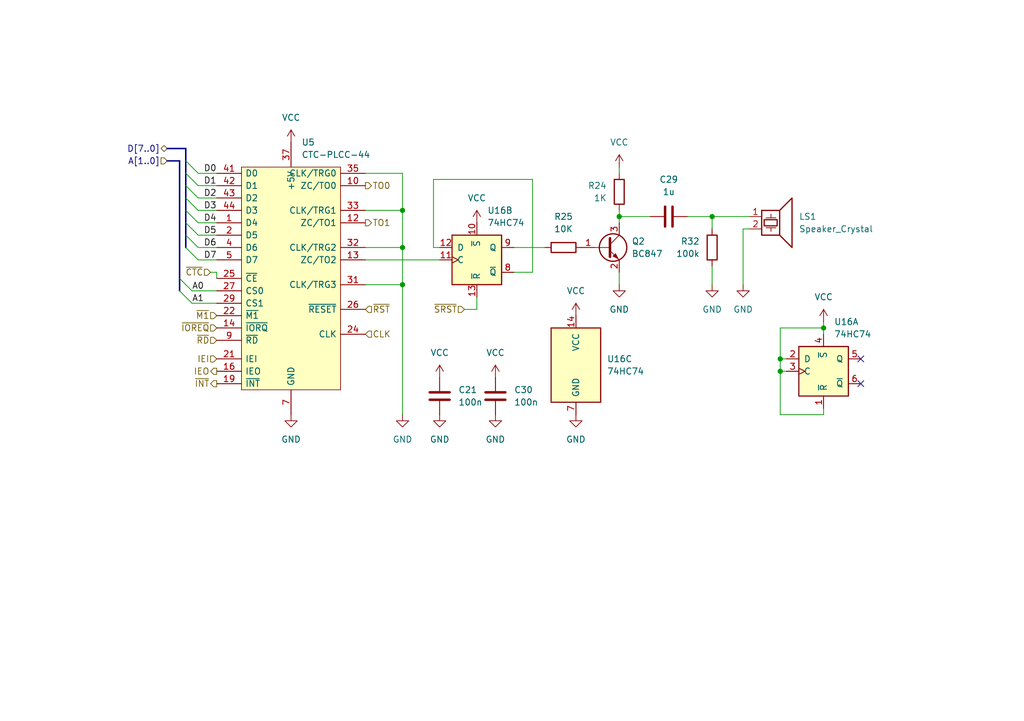
<source format=kicad_sch>
(kicad_sch (version 20250114) (generator "eeschema") (generator_version "9.0")
  (paper "A5")
  (title_block (title "Z80 CTC") (date "2025-10-16") (rev "A") (company "A.K."))
  (lib_symbols
    (symbol "74xx:74HC74" (pin_names (offset 1.016))
      (property "Reference" "U" (at -7.62 8.89 0))
      (property "Value" "74HC74" (at -7.62 -8.89 0))
      (symbol "74HC74_1_0"
        (pin input line (at -7.62 2.54 0) (length 2.54) (name "D") (number "2"))
        (pin input clock (at -7.62 0 0) (length 2.54) (name "C") (number "3"))
        (pin input line (at 0 7.62 270) (length 2.54) (name "~{S}") (number "4"))
        (pin input line (at 0 -7.62 90) (length 2.54) (name "~{R}") (number "1"))
        (pin output line (at 7.62 2.54 180) (length 2.54) (name "Q") (number "5"))
        (pin output line (at 7.62 -2.54 180) (length 2.54) (name "~{Q}") (number "6"))
      )
      (symbol "74HC74_1_1"
        (rectangle (start -5.08 5.08) (end 5.08 -5.08) (stroke (width 0.254)) (fill (type background)))
      )
      (symbol "74HC74_2_0"
        (pin input line (at -7.62 2.54 0) (length 2.54) (name "D") (number "12"))
        (pin input clock (at -7.62 0 0) (length 2.54) (name "C") (number "11"))
        (pin input line (at 0 7.62 270) (length 2.54) (name "~{S}") (number "10"))
        (pin input line (at 0 -7.62 90) (length 2.54) (name "~{R}") (number "13"))
        (pin output line (at 7.62 2.54 180) (length 2.54) (name "Q") (number "9"))
        (pin output line (at 7.62 -2.54 180) (length 2.54) (name "~{Q}") (number "8"))
      )
      (symbol "74HC74_2_1"
        (rectangle (start -5.08 5.08) (end 5.08 -5.08) (stroke (width 0.254)) (fill (type background)))
      )
      (symbol "74HC74_3_0"
        (pin power_in line (at 0 10.16 270) (length 2.54) (name "VCC") (number "14"))
        (pin power_in line (at 0 -10.16 90) (length 2.54) (name "GND") (number "7"))
      )
      (symbol "74HC74_3_1"
        (rectangle (start -5.08 7.62) (end 5.08 -7.62) (stroke (width 0.254)) (fill (type background)))
      )
    )
    (symbol "Device:C" (pin_numbers (hide yes)) (pin_names (offset 0.254))
      (property "Reference" "C" (at 0.635 2.54 0))
      (property "Value" "C" (at 0.635 -2.54 0))
      (symbol "C_0_1"
        (polyline (pts (xy -2.032 0.762) (xy 2.032 0.762)) (stroke (width 0.508)))
        (polyline (pts (xy -2.032 -0.762) (xy 2.032 -0.762)) (stroke (width 0.508)))
      )
      (symbol "C_1_1"
        (pin passive line (at 0 3.81 270) (length 2.794) (name "~") (number "1"))
        (pin passive line (at 0 -3.81 90) (length 2.794) (name "~") (number "2"))
      )
    )
    (symbol "Device:R" (pin_numbers (hide yes)) (pin_names (offset 0))
      (property "Reference" "R" (at 2.032 0 90))
      (property "Value" "R" (at 0 0 90))
      (symbol "R_0_1"
        (rectangle (start -1.016 -2.54) (end 1.016 2.54) (stroke (width 0.254)))
      )
      (symbol "R_1_1"
        (pin passive line (at 0 3.81 270) (length 1.27) (name "~") (number "1"))
        (pin passive line (at 0 -3.81 90) (length 1.27) (name "~") (number "2"))
      )
    )
    (symbol "Device:Speaker_Crystal" (pin_names (offset 0) (hide yes))
      (property "Reference" "LS" (at 0.635 5.715 0))
      (property "Value" "Speaker_Crystal" (at 0.635 3.81 0))
      (symbol "Speaker_Crystal_0_0"
        (rectangle (start -2.54 1.27) (end 1.143 -3.81) (stroke (width 0.254)))
        (rectangle (start -2.032 -0.635) (end 0.635 -1.905) (stroke (width 0.254)))
        (polyline (pts (xy -1.651 -0.254) (xy 0.381 -0.254)))
        (polyline (pts (xy -1.651 -2.286) (xy 0.381 -2.286)))
        (polyline (pts (xy -0.635 -0.254) (xy -0.635 0.508)))
        (polyline (pts (xy -0.635 -2.286) (xy -0.635 -3.048)))
        (polyline (pts (xy 1.143 1.27) (xy 3.683 3.81) (xy 3.683 -6.35) (xy 1.143 -3.81)) (stroke (width 0.254)))
      )
      (symbol "Speaker_Crystal_1_1"
        (pin input line (at -5.08 0 0) (length 2.54) (name "1") (number "1"))
        (pin input line (at -5.08 -2.54 0) (length 2.54) (name "2") (number "2"))
      )
    )
    (symbol "Transistor_BJT:BC847" (pin_names (offset 0) (hide yes))
      (property "Reference" "Q" (at 5.08 1.905 0))
      (property "Value" "BC847" (at 5.08 0 0))
      (symbol "BC847_0_1"
        (polyline (pts (xy -2.54 0) (xy 0.635 0)))
        (polyline (pts (xy 0.635 1.905) (xy 0.635 -1.905)) (stroke (width 0.508)))
        (circle (center 1.27 0) (radius 2.8194) (stroke (width 0.254)))
      )
      (symbol "BC847_1_1"
        (polyline (pts (xy 0.635 0.635) (xy 2.54 2.54)))
        (polyline (pts (xy 0.635 -0.635) (xy 2.54 -2.54)))
        (polyline (pts (xy 1.27 -1.778) (xy 1.778 -1.27) (xy 2.286 -2.286) (xy 1.27 -1.778)) (fill (type outline)))
        (pin input line (at -5.08 0 0) (length 2.54) (name "B") (number "1"))
        (pin passive line (at 2.54 5.08 270) (length 2.54) (name "C") (number "3"))
        (pin passive line (at 2.54 -5.08 90) (length 2.54) (name "E") (number "2"))
      )
    )
    (symbol "Zilog_Z80_Peripherals:CTC-PLCC-44" (pin_names (offset 0.762))
      (property "Reference" "IC" (at 0 2.54 0))
      (property "Value" "CTC-PLCC-44" (at 12.7 1.27 0))
      (symbol "CTC-PLCC-44_0_0"
        (pin bidirectional line (at -5.08 -1.27 0) (length 5.08) (name "D0") (number "41"))
        (pin bidirectional line (at -5.08 -3.81 0) (length 5.08) (name "D1") (number "42"))
        (pin bidirectional line (at -5.08 -6.35 0) (length 5.08) (name "D2") (number "43"))
        (pin bidirectional line (at -5.08 -8.89 0) (length 5.08) (name "D3") (number "44"))
        (pin bidirectional line (at -5.08 -11.43 0) (length 5.08) (name "D4") (number "1"))
        (pin bidirectional line (at -5.08 -13.97 0) (length 5.08) (name "D5") (number "2"))
        (pin bidirectional line (at -5.08 -16.51 0) (length 5.08) (name "D6") (number "4"))
        (pin bidirectional line (at -5.08 -19.05 0) (length 5.08) (name "D7") (number "5"))
        (pin input line (at -5.08 -22.86 0) (length 5.08) (name "~{CE}") (number "25"))
        (pin input line (at -5.08 -25.4 0) (length 5.08) (name "CS0") (number "27"))
        (pin input line (at -5.08 -27.94 0) (length 5.08) (name "CS1") (number "29"))
        (pin input line (at -5.08 -30.48 0) (length 5.08) (name "~{M1}") (number "22"))
        (pin input line (at -5.08 -33.02 0) (length 5.08) (name "~{IORQ}") (number "14"))
        (pin input line (at -5.08 -35.56 0) (length 5.08) (name "~{RD}") (number "9"))
        (pin input line (at -5.08 -39.37 0) (length 5.08) (name "IEI") (number "21"))
        (pin output line (at -5.08 -41.91 0) (length 5.08) (name "IEO") (number "16"))
        (pin open_collector line (at -5.08 -44.45 0) (length 5.08) (name "~{INT}") (number "19"))
        (pin power_in line (at 10.16 5.08 270) (length 5.08) (name "+5V") (number "37"))
        (pin power_in line (at 10.16 -50.8 90) (length 5.08) (name "GND") (number "7"))
        (pin no_connect line (at 12.7 -5.08 0) (length 2.54) (hide yes) (name "NC") (number "3"))
        (pin no_connect line (at 12.7 -7.62 0) (length 2.54) (hide yes) (name "NC") (number "6"))
        (pin no_connect line (at 12.7 -10.16 0) (length 2.54) (hide yes) (name "NC") (number "8"))
        (pin no_connect line (at 12.7 -12.7 0) (length 2.54) (hide yes) (name "NC") (number "11"))
        (pin no_connect line (at 12.7 -15.24 0) (length 2.54) (hide yes) (name "NC") (number "15"))
        (pin no_connect line (at 12.7 -17.78 0) (length 2.54) (hide yes) (name "NC") (number "17"))
        (pin no_connect line (at 12.7 -20.32 0) (length 2.54) (hide yes) (name "NC") (number "18"))
        (pin no_connect line (at 12.7 -22.86 0) (length 2.54) (hide yes) (name "NC") (number "20"))
        (pin no_connect line (at 12.7 -25.4 0) (length 2.54) (hide yes) (name "NC") (number "23"))
        (pin no_connect line (at 12.7 -27.94 0) (length 2.54) (hide yes) (name "NC") (number "28"))
        (pin no_connect line (at 12.7 -30.48 0) (length 2.54) (hide yes) (name "NC") (number "30"))
        (pin no_connect line (at 12.7 -33.02 0) (length 2.54) (hide yes) (name "NC") (number "34"))
        (pin no_connect line (at 12.7 -35.56 0) (length 2.54) (hide yes) (name "NC") (number "38"))
        (pin no_connect line (at 12.7 -38.1 0) (length 2.54) (hide yes) (name "NC") (number "40"))
        (pin no_connect line (at 12.7 -40.64 0) (length 2.54) (hide yes) (name "NC") (number "39"))
        (pin no_connect line (at 12.7 -43.18 0) (length 2.54) (hide yes) (name "NC") (number "36"))
        (pin input line (at 25.4 -1.27 180) (length 5.08) (name "CLK/TRG0") (number "35"))
        (pin output line (at 25.4 -3.81 180) (length 5.08) (name "ZC/TO0") (number "10"))
        (pin input line (at 25.4 -8.89 180) (length 5.08) (name "CLK/TRG1") (number "33"))
        (pin output line (at 25.4 -11.43 180) (length 5.08) (name "ZC/TO1") (number "12"))
        (pin input line (at 25.4 -16.51 180) (length 5.08) (name "CLK/TRG2") (number "32"))
        (pin output line (at 25.4 -19.05 180) (length 5.08) (name "ZC/TO2") (number "13"))
        (pin input line (at 25.4 -24.13 180) (length 5.08) (name "CLK/TRG3") (number "31"))
        (pin input line (at 25.4 -29.21 180) (length 5.08) (name "~{RESET}") (number "26"))
        (pin input line (at 25.4 -34.29 180) (length 5.08) (name "CLK") (number "24"))
      )
      (symbol "CTC-PLCC-44_0_1"
        (rectangle (start 0 0) (end 20.32 -45.72) (fill (type background)))
      )
    )
    (symbol "power:GND" (power) (pin_numbers (hide yes)) (pin_names (offset 0) (hide yes))
      (property "Value" "GND" (at 0 -3.81 0))
      (symbol "GND_0_1"
        (polyline (pts (xy 0 0) (xy 0 -1.27) (xy 1.27 -1.27) (xy 0 -2.54) (xy -1.27 -1.27) (xy 0 -1.27)))
      )
      (symbol "GND_1_1"
        (pin power_in line (at 0 0 270) (length 0) (name "~") (number "1"))
      )
    )
    (symbol "power:VCC" (power) (pin_numbers (hide yes)) (pin_names (offset 0) (hide yes))
      (property "Value" "VCC" (at 0 3.556 0))
      (symbol "VCC_0_1"
        (polyline (pts (xy -0.762 1.27) (xy 0 2.54)))
        (polyline (pts (xy 0 2.54) (xy 0.762 1.27)))
        (polyline (pts (xy 0 0) (xy 0 2.54)))
      )
      (symbol "VCC_1_1"
        (pin power_in line (at 0 0 90) (length 0) (name "~") (number "1"))
      )
    )
  )
  (junction (at 82.55 43.18))
  (junction (at 146.05 44.45))
  (junction (at 160.02 73.66))
  (junction (at 127 44.45))
  (junction (at 168.91 67.31))
  (junction (at 160.02 76.2))
  (junction (at 82.55 58.42))
  (junction (at 82.55 50.8))
  (no_connect (at 176.53 73.66))
  (no_connect (at 176.53 78.74))
  (bus_entry (at 36.83 59.69) (size 2.54 2.54))
  (bus_entry (at 38.1 50.8) (size 2.54 2.54))
  (bus_entry (at 38.1 43.18) (size 2.54 2.54))
  (bus_entry (at 38.1 40.64) (size 2.54 2.54))
  (bus_entry (at 38.1 48.26) (size 2.54 2.54))
  (bus_entry (at 38.1 38.1) (size 2.54 2.54))
  (bus_entry (at 38.1 35.56) (size 2.54 2.54))
  (bus_entry (at 38.1 45.72) (size 2.54 2.54))
  (bus_entry (at 38.1 33.02) (size 2.54 2.54))
  (bus_entry (at 36.83 57.15) (size 2.54 2.54))
  (wire (pts (xy 168.91 66.04) (xy 168.91 67.31)))
  (wire (pts (xy 82.55 58.42) (xy 82.55 50.8)))
  (wire (pts (xy 40.64 35.56) (xy 44.45 35.56)))
  (wire (pts (xy 140.97 44.45) (xy 146.05 44.45)))
  (wire (pts (xy 39.37 62.23) (xy 44.45 62.23)))
  (wire (pts (xy 127 58.42) (xy 127 55.88)))
  (wire (pts (xy 160.02 76.2) (xy 160.02 85.09)))
  (wire (pts (xy 168.91 67.31) (xy 160.02 67.31)))
  (bus (pts (xy 38.1 35.56) (xy 38.1 38.1)))
  (wire (pts (xy 88.9 36.83) (xy 88.9 50.8)))
  (bus (pts (xy 34.29 33.02) (xy 36.83 33.02)))
  (bus (pts (xy 38.1 30.48) (xy 38.1 33.02)))
  (wire (pts (xy 74.93 35.56) (xy 82.55 35.56)))
  (wire (pts (xy 40.64 53.34) (xy 44.45 53.34)))
  (wire (pts (xy 40.64 50.8) (xy 44.45 50.8)))
  (wire (pts (xy 74.93 53.34) (xy 90.17 53.34)))
  (wire (pts (xy 168.91 67.31) (xy 168.91 68.58)))
  (wire (pts (xy 82.55 35.56) (xy 82.55 43.18)))
  (wire (pts (xy 127 43.18) (xy 127 44.45)))
  (bus (pts (xy 38.1 40.64) (xy 38.1 43.18)))
  (bus (pts (xy 38.1 45.72) (xy 38.1 48.26)))
  (bus (pts (xy 36.83 57.15) (xy 36.83 59.69)))
  (bus (pts (xy 34.29 30.48) (xy 38.1 30.48)))
  (wire (pts (xy 95.25 63.5) (xy 97.79 63.5)))
  (wire (pts (xy 127 44.45) (xy 127 45.72)))
  (wire (pts (xy 40.64 48.26) (xy 44.45 48.26)))
  (wire (pts (xy 105.41 55.88) (xy 109.22 55.88)))
  (bus (pts (xy 38.1 33.02) (xy 38.1 35.56)))
  (wire (pts (xy 40.64 43.18) (xy 44.45 43.18)))
  (wire (pts (xy 40.64 38.1) (xy 44.45 38.1)))
  (wire (pts (xy 44.45 55.88) (xy 44.45 57.15)))
  (wire (pts (xy 74.93 43.18) (xy 82.55 43.18)))
  (wire (pts (xy 105.41 50.8) (xy 111.76 50.8)))
  (wire (pts (xy 74.93 58.42) (xy 82.55 58.42)))
  (bus (pts (xy 38.1 38.1) (xy 38.1 40.64)))
  (wire (pts (xy 168.91 85.09) (xy 168.91 83.82)))
  (wire (pts (xy 160.02 67.31) (xy 160.02 73.66)))
  (wire (pts (xy 127 44.45) (xy 133.35 44.45)))
  (wire (pts (xy 82.55 50.8) (xy 74.93 50.8)))
  (wire (pts (xy 146.05 54.61) (xy 146.05 58.42)))
  (wire (pts (xy 97.79 63.5) (xy 97.79 60.96)))
  (wire (pts (xy 146.05 44.45) (xy 153.67 44.45)))
  (wire (pts (xy 152.4 58.42) (xy 152.4 46.99)))
  (wire (pts (xy 40.64 40.64) (xy 44.45 40.64)))
  (wire (pts (xy 40.64 45.72) (xy 44.45 45.72)))
  (wire (pts (xy 82.55 85.09) (xy 82.55 58.42)))
  (bus (pts (xy 38.1 48.26) (xy 38.1 50.8)))
  (wire (pts (xy 152.4 46.99) (xy 153.67 46.99)))
  (wire (pts (xy 43.18 55.88) (xy 44.45 55.88)))
  (wire (pts (xy 109.22 55.88) (xy 109.22 36.83)))
  (bus (pts (xy 38.1 43.18) (xy 38.1 45.72)))
  (wire (pts (xy 127 34.29) (xy 127 35.56)))
  (wire (pts (xy 160.02 85.09) (xy 168.91 85.09)))
  (wire (pts (xy 160.02 73.66) (xy 161.29 73.66)))
  (bus (pts (xy 36.83 33.02) (xy 36.83 57.15)))
  (wire (pts (xy 160.02 73.66) (xy 160.02 76.2)))
  (wire (pts (xy 146.05 44.45) (xy 146.05 46.99)))
  (wire (pts (xy 109.22 36.83) (xy 88.9 36.83)))
  (wire (pts (xy 160.02 76.2) (xy 161.29 76.2)))
  (wire (pts (xy 82.55 43.18) (xy 82.55 50.8)))
  (wire (pts (xy 88.9 50.8) (xy 90.17 50.8)))
  (wire (pts (xy 39.37 59.69) (xy 44.45 59.69)))
  (label "D4" (at 44.45 45.72 180))
  (label "D2" (at 44.45 40.64 180))
  (label "D3" (at 44.45 43.18 180))
  (label "A0" (at 39.37 59.69 0))
  (label "D0" (at 44.45 35.56 180))
  (label "D1" (at 44.45 38.1 180))
  (label "D6" (at 44.45 50.8 180))
  (label "A1" (at 39.37 62.23 0))
  (label "D7" (at 44.45 53.34 180))
  (label "D5" (at 44.45 48.26 180))
  (hierarchical_label "D[7..0]" (shape bidirectional) (at 34.29 30.48 180))
  (hierarchical_label "~{SRST}" (shape input) (at 95.25 63.5 180))
  (hierarchical_label "CLK" (shape input) (at 74.93 68.58 0))
  (hierarchical_label "~{RST}" (shape input) (at 74.93 63.5 0))
  (hierarchical_label "~{INT}" (shape output) (at 44.45 78.74 180))
  (hierarchical_label "~{M1}" (shape input) (at 44.45 64.77 180))
  (hierarchical_label "TO1" (shape output) (at 74.93 45.72 0))
  (hierarchical_label "~{RD}" (shape input) (at 44.45 69.85 180))
  (hierarchical_label "TO0" (shape output) (at 74.93 38.1 0))
  (hierarchical_label "A[1..0]" (shape input) (at 34.29 33.02 180))
  (hierarchical_label "~{CTC}" (shape input) (at 43.18 55.88 180))
  (hierarchical_label "~{IOREQ}" (shape input) (at 44.45 67.31 180))
  (hierarchical_label "IEI" (shape input) (at 44.45 73.66 180))
  (hierarchical_label "IEO" (shape output) (at 44.45 76.2 180))
  (symbol (lib_id "power:GND") (at 146.05 58.42 0) (unit 1)
    (property "Reference" "#PWR0114" (effects (hide yes)))
    (property "Value" "GND" (at 146.05 63.5 0))
    (property "Description" "Power symbol creates a global label with name \"GND\" , ground" (effects (hide yes)))
  )
  (symbol (lib_id "74xx:74HC74") (at 97.79 53.34 0) (unit 2)
    (property "Reference" "U16" (at 99.9333 43.18 0) (effects (justify left)))
    (property "Value" "74HC74" (at 99.9333 45.72 0) (effects (justify left)))
    (property "Footprint" "Package_SO:SO-14_3.9x8.65mm_P1.27mm" (effects (hide yes)))
    (property "Datasheet" "74xx/74hc_hct74.pdf" (effects (hide yes)))
    (property "Description" "Dual D Flip-flop, Set & Reset" (effects (hide yes)))
  )
  (symbol (lib_id "Device:Speaker_Crystal") (at 158.75 44.45 0) (unit 1)
    (property "Reference" "LS1" (at 163.83 44.4499 0) (effects (justify left)))
    (property "Value" "Speaker_Crystal" (at 163.83 46.9899 0) (effects (justify left)))
    (property "Footprint" "Buzzer_Beeper:Buzzer_Murata_PKLCS1212E" (effects (hide yes)))
    (property "Description" "Crystal speaker/transducer" (effects (hide yes)))
  )
  (symbol (lib_id "power:VCC") (at 59.69 29.21 0) (unit 1)
    (property "Reference" "#PWR048" (effects (hide yes)))
    (property "Value" "VCC" (at 59.69 24.13 0))
    (property "Description" "Power symbol creates a global label with name \"VCC\"" (effects (hide yes)))
  )
  (symbol (lib_id "74xx:74HC74") (at 118.11 74.93 0) (unit 3)
    (property "Reference" "U16" (at 124.46 73.6599 0) (effects (justify left)))
    (property "Value" "74HC74" (at 124.46 76.1999 0) (effects (justify left)))
    (property "Footprint" "Package_SO:SO-14_3.9x8.65mm_P1.27mm" (effects (hide yes)))
    (property "Datasheet" "74xx/74hc_hct74.pdf" (effects (hide yes)))
    (property "Description" "Dual D Flip-flop, Set & Reset" (effects (hide yes)))
  )
  (symbol (lib_id "power:VCC") (at 90.17 77.47 0) (unit 1)
    (property "Reference" "#PWR083" (effects (hide yes)))
    (property "Value" "VCC" (at 90.17 72.39 0))
    (property "Description" "Power symbol creates a global label with name \"VCC\"" (effects (hide yes)))
  )
  (symbol (lib_id "Zilog_Z80_Peripherals:CTC-PLCC-44") (at 49.53 34.29 0) (unit 1)
    (property "Reference" "U5" (at 61.8333 29.21 0) (effects (justify left)))
    (property "Value" "CTC-PLCC-44" (at 61.8333 31.75 0) (effects (justify left)))
    (property "Footprint" "Package_LCC:PLCC-44" (effects (hide yes)))
    (property "Datasheet" "http://www.zilog.com/docs/z80/ps0181.pdf" (effects (hide yes)))
    (property "Description" "Z8430 Zilog CTC" (effects (hide yes)))
    (property "Height" "5.21" (effects (hide yes)))
    (property "Manufacturer_Name" "Zilog" (effects (hide yes)))
    (property "Manufacturer_Part_Number" "Z84C3010PEG" (effects (hide yes)))
    (property "Mouser Part Number" "692-Z84C3010PEG" (effects (hide yes)))
    (property "Mouser Price/Stock" "https://www.mouser.com/Search/Refine.aspx?Keyword=692-Z84C3010PEG" (effects (hide yes)))
  )
  (symbol (lib_id "power:GND") (at 118.11 85.09 0) (unit 1)
    (property "Reference" "#PWR0117" (effects (hide yes)))
    (property "Value" "GND" (at 118.11 90.17 0))
    (property "Description" "Power symbol creates a global label with name \"GND\" , ground" (effects (hide yes)))
  )
  (symbol (lib_id "74xx:74HC74") (at 168.91 76.2 0) (unit 1)
    (property "Reference" "U16" (at 171.0533 66.04 0) (effects (justify left)))
    (property "Value" "74HC74" (at 171.0533 68.58 0) (effects (justify left)))
    (property "Footprint" "Package_SO:SO-14_3.9x8.65mm_P1.27mm" (effects (hide yes)))
    (property "Datasheet" "74xx/74hc_hct74.pdf" (effects (hide yes)))
    (property "Description" "Dual D Flip-flop, Set & Reset" (effects (hide yes)))
  )
  (symbol (lib_id "Device:C") (at 90.17 81.28 0) (unit 1)
    (property "Reference" "C21" (at 93.98 80.0099 0) (effects (justify left)))
    (property "Value" "100n" (at 93.98 82.5499 0) (effects (justify left)))
    (property "Footprint" "Capacitor_SMD:C_0805_2012Metric" (effects (hide yes)))
    (property "Description" "Unpolarized capacitor" (effects (hide yes)))
  )
  (symbol (lib_id "Device:R") (at 127 39.37 0) (unit 1)
    (property "Reference" "R24" (at 124.46 38.0999 0) (effects (justify right)))
    (property "Value" "1K" (at 124.46 40.6399 0) (effects (justify right)))
    (property "Footprint" "Resistor_SMD:R_0805_2012Metric" (effects (hide yes)))
    (property "Description" "Resistor" (effects (hide yes)))
  )
  (symbol (lib_id "Device:R") (at 115.57 50.8 90) (unit 1)
    (property "Reference" "R25" (at 115.57 44.45 90))
    (property "Value" "10K" (at 115.57 46.99 90))
    (property "Footprint" "Resistor_SMD:R_0805_2012Metric" (effects (hide yes)))
    (property "Description" "Resistor" (effects (hide yes)))
  )
  (symbol (lib_id "Device:C") (at 101.6 81.28 0) (unit 1)
    (property "Reference" "C30" (at 105.41 80.0099 0) (effects (justify left)))
    (property "Value" "100n" (at 105.41 82.5499 0) (effects (justify left)))
    (property "Footprint" "Capacitor_SMD:C_0805_2012Metric" (effects (hide yes)))
    (property "Description" "Unpolarized capacitor" (effects (hide yes)))
  )
  (symbol (lib_id "Transistor_BJT:BC847") (at 124.46 50.8 0) (unit 1)
    (property "Reference" "Q2" (at 129.54 49.5299 0) (effects (justify left)))
    (property "Value" "BC847" (at 129.54 52.0699 0) (effects (justify left)))
    (property "Footprint" "Package_TO_SOT_SMD:SOT-23" (effects (hide yes)))
    (property "Datasheet" "http://www.infineon.com/dgdl/Infineon-BC847SERIES_BC848SERIES_BC849SERIES_BC850SERIES-DS-v01_01-en.pdf?fileId=db3a304314dca389011541d4630a1657" (effects (hide yes)))
    (property "Description" "0.1A Ic, 45V Vce, NPN Transistor, SOT-23" (effects (hide yes)))
  )
  (symbol (lib_id "power:VCC") (at 97.79 45.72 0) (unit 1)
    (property "Reference" "#PWR0115" (effects (hide yes)))
    (property "Value" "VCC" (at 97.79 40.64 0))
    (property "Description" "Power symbol creates a global label with name \"VCC\"" (effects (hide yes)))
  )
  (symbol (lib_id "power:GND") (at 152.4 58.42 0) (unit 1)
    (property "Reference" "#PWR095" (effects (hide yes)))
    (property "Value" "GND" (at 152.4 63.5 0))
    (property "Description" "Power symbol creates a global label with name \"GND\" , ground" (effects (hide yes)))
  )
  (symbol (lib_id "power:GND") (at 59.69 85.09 0) (unit 1)
    (property "Reference" "#PWR051" (effects (hide yes)))
    (property "Value" "GND" (at 59.69 90.17 0))
    (property "Description" "Power symbol creates a global label with name \"GND\" , ground" (effects (hide yes)))
  )
  (symbol (lib_id "power:VCC") (at 101.6 77.47 0) (unit 1)
    (property "Reference" "#PWR0118" (effects (hide yes)))
    (property "Value" "VCC" (at 101.6 72.39 0))
    (property "Description" "Power symbol creates a global label with name \"VCC\"" (effects (hide yes)))
  )
  (symbol (lib_id "power:VCC") (at 127 34.29 0) (unit 1)
    (property "Reference" "#PWR093" (effects (hide yes)))
    (property "Value" "VCC" (at 127 29.21 0))
    (property "Description" "Power symbol creates a global label with name \"VCC\"" (effects (hide yes)))
  )
  (symbol (lib_id "power:GND") (at 101.6 85.09 0) (unit 1)
    (property "Reference" "#PWR0119" (effects (hide yes)))
    (property "Value" "GND" (at 101.6 90.17 0))
    (property "Description" "Power symbol creates a global label with name \"GND\" , ground" (effects (hide yes)))
  )
  (symbol (lib_id "power:VCC") (at 118.11 64.77 0) (unit 1)
    (property "Reference" "#PWR0116" (effects (hide yes)))
    (property "Value" "VCC" (at 118.11 59.69 0))
    (property "Description" "Power symbol creates a global label with name \"VCC\"" (effects (hide yes)))
  )
  (symbol (lib_id "power:GND") (at 127 58.42 0) (unit 1)
    (property "Reference" "#PWR094" (effects (hide yes)))
    (property "Value" "GND" (at 127 63.5 0))
    (property "Description" "Power symbol creates a global label with name \"GND\" , ground" (effects (hide yes)))
  )
  (symbol (lib_id "Device:R") (at 146.05 50.8 0) (unit 1)
    (property "Reference" "R32" (at 143.51 49.5299 0) (effects (justify right)))
    (property "Value" "100k" (at 143.51 52.0699 0) (effects (justify right)))
    (property "Footprint" "Resistor_SMD:R_0805_2012Metric" (effects (hide yes)))
    (property "Description" "Resistor" (effects (hide yes)))
  )
  (symbol (lib_id "power:GND") (at 82.55 85.09 0) (unit 1)
    (property "Reference" "#PWR091" (effects (hide yes)))
    (property "Value" "GND" (at 82.55 90.17 0))
    (property "Description" "Power symbol creates a global label with name \"GND\" , ground" (effects (hide yes)))
  )
  (symbol (lib_id "Device:C") (at 137.16 44.45 90) (unit 1)
    (property "Reference" "C29" (at 137.16 36.83 90))
    (property "Value" "1u" (at 137.16 39.37 90))
    (property "Footprint" "Capacitor_SMD:C_0805_2012Metric" (effects (hide yes)))
    (property "Description" "Unpolarized capacitor" (effects (hide yes)))
  )
  (symbol (lib_id "power:VCC") (at 168.91 66.04 0) (unit 1)
    (property "Reference" "#PWR0120" (effects (hide yes)))
    (property "Value" "VCC" (at 168.91 60.96 0))
    (property "Description" "Power symbol creates a global label with name \"VCC\"" (effects (hide yes)))
  )
  (symbol (lib_id "power:GND") (at 90.17 85.09 0) (unit 1)
    (property "Reference" "#PWR084" (effects (hide yes)))
    (property "Value" "GND" (at 90.17 90.17 0))
    (property "Description" "Power symbol creates a global label with name \"GND\" , ground" (effects (hide yes)))
  )
)
</source>
